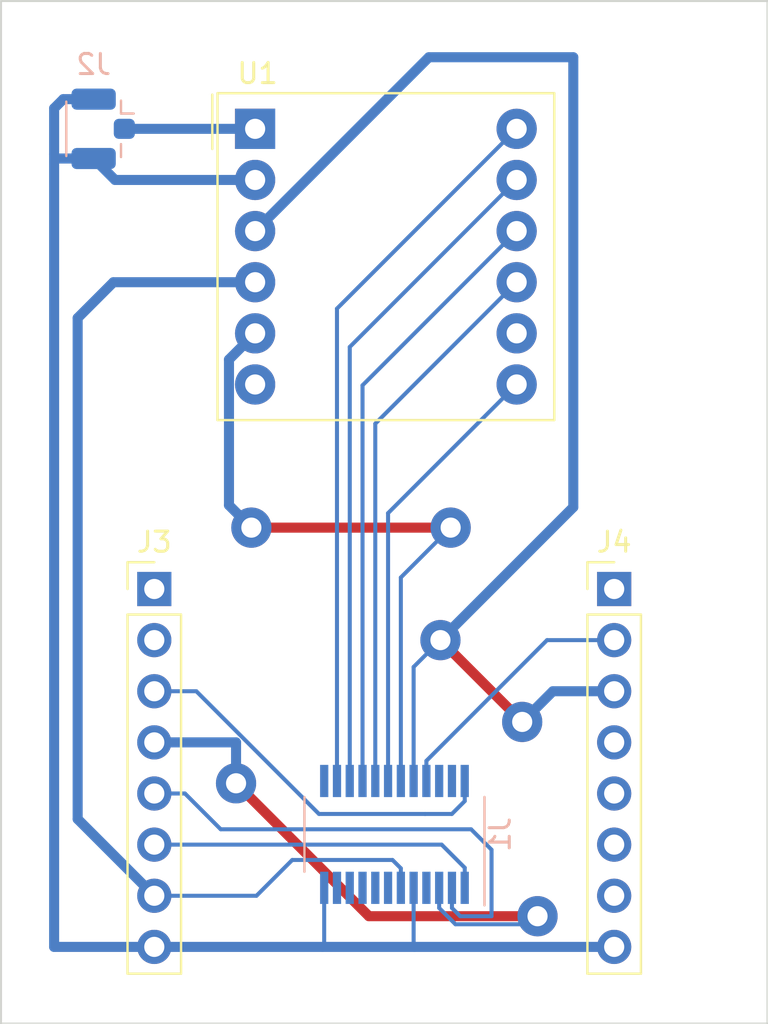
<source format=kicad_pcb>
(kicad_pcb (version 20221018) (generator pcbnew)
  (layers (0 "F.Cu" signal) (31 "B.Cu" signal) (44 "Edge.Cuts" user))
  (net 0 "")
  (net 1 "Net-(J1-U_MOSI)")
  (net 2 "Net-(J1-U_MISO)")
  (net 3 "Net-(J1-U_CLK)")
  (net 5 "GND")
  (net 6 "+3V3")
  (net 13 "Net-(J1-M_SEL)")
  (net 14 "Net-(J1-M_MISO)")
  (net 15 "Net-(J1-M_MOSI)")
  (net 16 "Net-(J1-M_CLK)")
  (net 17 "Net-(J1-M_CTRL)")
  (net 18 "Net-(J1-M_IRQ)")
  (net 19 "Net-(J1-SDN)")
  (net 20 "Net-(J1-U_IRQ)")
  (net 23 "Net-(J1-U_SEL)")
  (net 33 "Net-(J2-In)")
  (footprint "Connector_PinHeader_2.54mm:PinHeader_1x08_P2.54mm_Vertical" (layer "F.Cu") (at 58.42 130.81)
    (fp_text reference "J3" (at 0 -2.33) (layer "F.SilkS"))
    (fp_text value "Conn_01x08")
    (fp_line (start -1.33 -1.33) (end 0 -1.33) (stroke (width 0.12)) (layer "F.SilkS"))
    (fp_line (start -1.33 0) (end -1.33 -1.33) (stroke (width 0.12)) (layer "F.SilkS"))
    (fp_line (start -1.33 1.27) (end -1.33 19.11) (stroke (width 0.12)) (layer "F.SilkS"))
    (fp_line (start -1.33 1.27) (end 1.33 1.27) (stroke (width 0.12)) (layer "F.SilkS"))
    (fp_line (start -1.33 19.11) (end 1.33 19.11) (stroke (width 0.12)) (layer "F.SilkS"))
    (fp_line (start 1.33 1.27) (end 1.33 19.11) (stroke (width 0.12)) (layer "F.SilkS"))
    (pad "1" thru_hole rect (at 0 0) (size 1.7 1.7) (drill 1) (layers "*.Cu" "*.Mask"))
    (pad "2" thru_hole oval (at 0 2.54) (size 1.7 1.7) (drill 1) (layers "*.Cu" "*.Mask"))
    (pad "3" thru_hole oval (at 0 5.08) (size 1.7 1.7) (drill 1) (layers "*.Cu" "*.Mask") (net 23 "Net-(J1-U_SEL)"))
    (pad "4" thru_hole oval (at 0 7.62) (size 1.7 1.7) (drill 1) (layers "*.Cu" "*.Mask") (net 3 "Net-(J1-U_CLK)"))
    (pad "5" thru_hole oval (at 0 10.16) (size 1.7 1.7) (drill 1) (layers "*.Cu" "*.Mask") (net 2 "Net-(J1-U_MISO)"))
    (pad "6" thru_hole oval (at 0 12.7) (size 1.7 1.7) (drill 1) (layers "*.Cu" "*.Mask") (net 1 "Net-(J1-U_MOSI)"))
    (pad "7" thru_hole oval (at 0 15.24) (size 1.7 1.7) (drill 1) (layers "*.Cu" "*.Mask") (net 6 "+3V3"))
    (pad "8" thru_hole oval (at 0 17.78) (size 1.7 1.7) (drill 1) (layers "*.Cu" "*.Mask") (net 5 "GND"))
  )
  (footprint "RF_Module:ZETA-433-SO_THT" (layer "F.Cu") (at 63.4325 107.95)
    (fp_text reference "U1" (at 0.12 -2.75) (layer "F.SilkS"))
    (fp_text value "ZETA-433-SO")
    (fp_line (start -2.13 -1.7) (end -2.13 1) (stroke (width 0.12)) (layer "F.SilkS"))
    (fp_line (start -1.87 -1.77) (end -1.87 14.47) (stroke (width 0.12)) (layer "F.SilkS"))
    (fp_line (start -1.87 -1.77) (end 14.87 -1.77) (stroke (width 0.12)) (layer "F.SilkS"))
    (fp_line (start 14.87 -1.77) (end 14.87 14.47) (stroke (width 0.12)) (layer "F.SilkS"))
    (fp_line (start 14.87 14.47) (end -1.87 14.47) (stroke (width 0.12)) (layer "F.SilkS"))
    (pad "1" thru_hole rect (at 0 0) (size 2 2) (drill 1) (layers "*.Cu" "*.Mask") (net 33 "Net-(J2-In)"))
    (pad "2" thru_hole circle (at 0 2.54) (size 2 2) (drill 1) (layers "*.Cu" "*.Mask") (net 5 "GND"))
    (pad "3" thru_hole circle (at 0 5.08) (size 2 2) (drill 1) (layers "*.Cu" "*.Mask") (net 19 "Net-(J1-SDN)"))
    (pad "4" thru_hole circle (at 0 7.62) (size 2 2) (drill 1) (layers "*.Cu" "*.Mask") (net 6 "+3V3"))
    (pad "5" thru_hole circle (at 0 10.16) (size 2 2) (drill 1) (layers "*.Cu" "*.Mask") (net 18 "Net-(J1-M_IRQ)"))
    (pad "6" thru_hole circle (at 0 12.7) (size 2 2) (drill 1) (layers "*.Cu" "*.Mask"))
    (pad "7" thru_hole circle (at 13 12.7) (size 2 2) (drill 1) (layers "*.Cu" "*.Mask") (net 17 "Net-(J1-M_CTRL)"))
    (pad "8" thru_hole circle (at 13 10.16) (size 2 2) (drill 1) (layers "*.Cu" "*.Mask"))
    (pad "9" thru_hole circle (at 13 7.62) (size 2 2) (drill 1) (layers "*.Cu" "*.Mask") (net 16 "Net-(J1-M_CLK)"))
    (pad "10" thru_hole circle (at 13 5.08) (size 2 2) (drill 1) (layers "*.Cu" "*.Mask") (net 15 "Net-(J1-M_MOSI)"))
    (pad "11" thru_hole circle (at 13 2.54) (size 2 2) (drill 1) (layers "*.Cu" "*.Mask") (net 14 "Net-(J1-M_MISO)"))
    (pad "12" thru_hole circle (at 13 0) (size 2 2) (drill 1) (layers "*.Cu" "*.Mask") (net 13 "Net-(J1-M_SEL)"))
  )
  (footprint "Connector_PinHeader_2.54mm:PinHeader_1x08_P2.54mm_Vertical" (layer "F.Cu") (at 81.28 130.81)
    (fp_text reference "J4" (at 0 -2.33) (layer "F.SilkS"))
    (fp_text value "Conn_01x08")
    (fp_line (start -1.33 -1.33) (end 0 -1.33) (stroke (width 0.12)) (layer "F.SilkS"))
    (fp_line (start -1.33 0) (end -1.33 -1.33) (stroke (width 0.12)) (layer "F.SilkS"))
    (fp_line (start -1.33 1.27) (end -1.33 19.11) (stroke (width 0.12)) (layer "F.SilkS"))
    (fp_line (start -1.33 1.27) (end 1.33 1.27) (stroke (width 0.12)) (layer "F.SilkS"))
    (fp_line (start -1.33 19.11) (end 1.33 19.11) (stroke (width 0.12)) (layer "F.SilkS"))
    (fp_line (start 1.33 1.27) (end 1.33 19.11) (stroke (width 0.12)) (layer "F.SilkS"))
    (pad "1" thru_hole rect (at 0 0) (size 1.7 1.7) (drill 1) (layers "*.Cu" "*.Mask"))
    (pad "2" thru_hole oval (at 0 2.54) (size 1.7 1.7) (drill 1) (layers "*.Cu" "*.Mask") (net 20 "Net-(J1-U_IRQ)"))
    (pad "3" thru_hole oval (at 0 5.08) (size 1.7 1.7) (drill 1) (layers "*.Cu" "*.Mask") (net 19 "Net-(J1-SDN)"))
    (pad "4" thru_hole oval (at 0 7.62) (size 1.7 1.7) (drill 1) (layers "*.Cu" "*.Mask"))
    (pad "5" thru_hole oval (at 0 10.16) (size 1.7 1.7) (drill 1) (layers "*.Cu" "*.Mask"))
    (pad "6" thru_hole oval (at 0 12.7) (size 1.7 1.7) (drill 1) (layers "*.Cu" "*.Mask"))
    (pad "7" thru_hole oval (at 0 15.24) (size 1.7 1.7) (drill 1) (layers "*.Cu" "*.Mask"))
    (pad "8" thru_hole oval (at 0 17.78) (size 1.7 1.7) (drill 1) (layers "*.Cu" "*.Mask") (net 5 "GND"))
  )
  (footprint "Package_SO:QSOP-24_3.9x8.7mm_P0.635mm" (layer "B.Cu") (at 70.358 143.002 90)
    (fp_text reference "J1" (at 0 5.25 90) (layer "B.SilkS") (effects (justify mirror)))
    (fp_text value "Zeta CODEC QSOP")
    (fp_line (start -3.525 4.475) (end 1.8586 4.475) (stroke (width 0.12)) (layer "B.SilkS"))
    (fp_line (start -1.8543 -4.475) (end 1.8543 -4.475) (stroke (width 0.12)) (layer "B.SilkS"))
    (pad "1" smd rect (at -2.6543 3.4925 90) (size 1.6 0.41) (layers "B.Cu" "B.Paste" "B.Mask") (net 1 "Net-(J1-U_MOSI)"))
    (pad "2" smd rect (at -2.6543 2.8575 90) (size 1.6 0.41) (layers "B.Cu" "B.Paste" "B.Mask") (net 2 "Net-(J1-U_MISO)"))
    (pad "3" smd rect (at -2.6543 2.2225 90) (size 1.6 0.41) (layers "B.Cu" "B.Paste" "B.Mask") (net 3 "Net-(J1-U_CLK)"))
    (pad "4" smd rect (at -2.6543 1.5875 90) (size 1.6 0.41) (layers "B.Cu" "B.Paste" "B.Mask"))
    (pad "5" smd rect (at -2.6543 0.9525 90) (size 1.6 0.41) (layers "B.Cu" "B.Paste" "B.Mask") (net 5 "GND"))
    (pad "6" smd rect (at -2.6543 0.3175 90) (size 1.6 0.41) (layers "B.Cu" "B.Paste" "B.Mask") (net 6 "+3V3"))
    (pad "7" smd rect (at -2.6543 -0.3175 90) (size 1.6 0.41) (layers "B.Cu" "B.Paste" "B.Mask"))
    (pad "8" smd rect (at -2.6543 -0.9525 90) (size 1.6 0.41) (layers "B.Cu" "B.Paste" "B.Mask"))
    (pad "9" smd rect (at -2.6543 -1.5875 90) (size 1.6 0.41) (layers "B.Cu" "B.Paste" "B.Mask"))
    (pad "10" smd rect (at -2.6543 -2.2225 90) (size 1.6 0.41) (layers "B.Cu" "B.Paste" "B.Mask"))
    (pad "11" smd rect (at -2.6543 -2.8575 90) (size 1.6 0.41) (layers "B.Cu" "B.Paste" "B.Mask"))
    (pad "12" smd rect (at -2.6543 -3.4925 90) (size 1.6 0.41) (layers "B.Cu" "B.Paste" "B.Mask") (net 5 "GND"))
    (pad "13" smd rect (at 2.6543 -3.4925 90) (size 1.6 0.41) (layers "B.Cu" "B.Paste" "B.Mask"))
    (pad "14" smd rect (at 2.6543 -2.8575 90) (size 1.6 0.41) (layers "B.Cu" "B.Paste" "B.Mask") (net 13 "Net-(J1-M_SEL)"))
    (pad "15" smd rect (at 2.6543 -2.2225 90) (size 1.6 0.41) (layers "B.Cu" "B.Paste" "B.Mask") (net 14 "Net-(J1-M_MISO)"))
    (pad "16" smd rect (at 2.6543 -1.5875 90) (size 1.6 0.41) (layers "B.Cu" "B.Paste" "B.Mask") (net 15 "Net-(J1-M_MOSI)"))
    (pad "17" smd rect (at 2.6543 -0.9525 90) (size 1.6 0.41) (layers "B.Cu" "B.Paste" "B.Mask") (net 16 "Net-(J1-M_CLK)"))
    (pad "18" smd rect (at 2.6543 -0.3175 90) (size 1.6 0.41) (layers "B.Cu" "B.Paste" "B.Mask") (net 17 "Net-(J1-M_CTRL)"))
    (pad "19" smd rect (at 2.6543 0.3175 90) (size 1.6 0.41) (layers "B.Cu" "B.Paste" "B.Mask") (net 18 "Net-(J1-M_IRQ)"))
    (pad "20" smd rect (at 2.6543 0.9525 90) (size 1.6 0.41) (layers "B.Cu" "B.Paste" "B.Mask") (net 19 "Net-(J1-SDN)"))
    (pad "21" smd rect (at 2.6543 1.5875 90) (size 1.6 0.41) (layers "B.Cu" "B.Paste" "B.Mask") (net 20 "Net-(J1-U_IRQ)"))
    (pad "22" smd rect (at 2.6543 2.2225 90) (size 1.6 0.41) (layers "B.Cu" "B.Paste" "B.Mask"))
    (pad "23" smd rect (at 2.6543 2.8575 90) (size 1.6 0.41) (layers "B.Cu" "B.Paste" "B.Mask"))
    (pad "24" smd rect (at 2.6543 3.4925 90) (size 1.6 0.41) (layers "B.Cu" "B.Paste" "B.Mask") (net 23 "Net-(J1-U_SEL)"))
  )
  (footprint "Connector_Coaxial:U.FL_Hirose_U.FL-R-SMT-1_Vertical" (layer "B.Cu") (at 55.88 107.95 180)
    (fp_text reference "J2" (at 0.475 3.2) (layer "B.SilkS") (effects (justify mirror)))
    (fp_text value "Conn_Coaxial")
    (fp_line (start -0.885 -1.4) (end -0.885 -0.76) (stroke (width 0.12)) (layer "B.SilkS"))
    (fp_line (start -0.885 0.76) (end -1.515 0.76) (stroke (width 0.12)) (layer "B.SilkS"))
    (fp_line (start -0.885 1.4) (end -0.885 0.76) (stroke (width 0.12)) (layer "B.SilkS"))
    (fp_line (start 1.835 1.35) (end 1.835 -1.35) (stroke (width 0.12)) (layer "B.SilkS"))
    (pad "1" smd roundrect (at -1.05 0 180) (size 1.05 1) (layers "B.Cu" "B.Paste" "B.Mask") (net 33 "Net-(J2-In)"))
    (pad "2" smd roundrect (at 0.475 -1.475 180) (size 2.2 1.05) (layers "B.Cu" "B.Paste" "B.Mask") (roundrect_rratio 0.2380952381) (net 5 "GND"))
    (pad "2" smd roundrect (at 0.475 1.475 180) (size 2.2 1.05) (layers "B.Cu" "B.Paste" "B.Mask") (roundrect_rratio 0.2380952381) (net 5 "GND"))
  )
  (gr_rect (start 50.8 101.6) (end 88.9 152.4) (stroke (width 0.1)) (fill none) (layer "Edge.Cuts"))
  (segment (start 72.7042 143.51) (end 73.8505 144.6563) (width 0.2) (layer "B.Cu") (net 1))
  (segment (start 73.8505 144.6563) (end 73.8505 145.6563) (width 0.2) (layer "B.Cu") (net 1))
  (segment (start 58.42 143.51) (end 72.7042 143.51) (width 0.2) (layer "B.Cu") (net 1))
  (segment (start 73.2155 145.6563) (end 73.2155 146.6563) (width 0.2) (layer "B.Cu") (net 2))
  (segment (start 75.184 143.764) (end 74.168 142.748) (width 0.2) (layer "B.Cu") (net 2))
  (segment (start 73.2155 146.6563) (end 73.6252 147.066) (width 0.2) (layer "B.Cu") (net 2))
  (segment (start 61.722 142.748) (end 59.944 140.97) (width 0.2) (layer "B.Cu") (net 2))
  (segment (start 73.6252 147.066) (end 75.184 147.066) (width 0.2) (layer "B.Cu") (net 2))
  (segment (start 75.184 147.066) (end 75.184 143.764) (width 0.2) (layer "B.Cu") (net 2))
  (segment (start 74.168 142.748) (end 61.722 142.748) (width 0.2) (layer "B.Cu") (net 2))
  (segment (start 59.944 140.97) (end 58.42 140.97) (width 0.2) (layer "B.Cu") (net 2))
  (segment (start 69.088 147.066) (end 77.47 147.066) (width 0.5) (layer "F.Cu") (net 3))
  (segment (start 62.484 140.462) (end 69.088 147.066) (width 0.5) (layer "F.Cu") (net 3))
  (via (at 77.47 147.066) (size 2) (drill 1) (layers "F.Cu" "B.Cu") (net 3))
  (via (at 62.484 140.462) (size 2) (drill 1) (layers "F.Cu" "B.Cu") (net 3))
  (segment (start 58.42 138.43) (end 62.484 138.43) (width 0.5) (layer "B.Cu") (net 3))
  (segment (start 77.47 147.066) (end 77.07 147.466) (width 0.2) (layer "B.Cu") (net 3))
  (segment (start 77.07 147.466) (end 73.3902 147.466) (width 0.2) (layer "B.Cu") (net 3))
  (segment (start 62.484 138.43) (end 62.484 140.462) (width 0.5) (layer "B.Cu") (net 3))
  (segment (start 72.5805 146.6563) (end 72.5805 145.6563) (width 0.2) (layer "B.Cu") (net 3))
  (segment (start 73.3902 147.466) (end 72.5805 146.6563) (width 0.2) (layer "B.Cu") (net 3))
  (segment (start 63.4325 110.49) (end 56.47 110.49) (width 0.5) (layer "B.Cu") (net 5))
  (segment (start 53.44 106.932) (end 53.44 109.22) (width 0.5) (layer "B.Cu") (net 5))
  (segment (start 66.8655 145.6563) (end 66.8655 148.5265) (width 0.2) (layer "B.Cu") (net 5))
  (segment (start 66.8655 148.5265) (end 66.802 148.59) (width 0.2) (layer "B.Cu") (net 5))
  (segment (start 53.44 109.376) (end 53.489 109.425) (width 0.2) (layer "B.Cu") (net 5))
  (segment (start 71.3105 148.5265) (end 71.374 148.59) (width 0.2) (layer "B.Cu") (net 5))
  (segment (start 53.44 109.22) (end 53.44 109.376) (width 0.2) (layer "B.Cu") (net 5))
  (segment (start 71.374 148.59) (end 81.28 148.59) (width 0.5) (layer "B.Cu") (net 5))
  (segment (start 56.47 110.49) (end 55.405 109.425) (width 0.5) (layer "B.Cu") (net 5))
  (segment (start 53.489 109.425) (end 55.405 109.425) (width 0.5) (layer "B.Cu") (net 5))
  (segment (start 58.42 148.59) (end 66.802 148.59) (width 0.5) (layer "B.Cu") (net 5))
  (segment (start 55.405 106.475) (end 53.897 106.475) (width 0.5) (layer "B.Cu") (net 5))
  (segment (start 71.3105 145.6563) (end 71.3105 148.5265) (width 0.2) (layer "B.Cu") (net 5))
  (segment (start 53.44 109.22) (end 53.44 148.59) (width 0.5) (layer "B.Cu") (net 5))
  (segment (start 66.802 148.59) (end 71.374 148.59) (width 0.5) (layer "B.Cu") (net 5))
  (segment (start 53.44 148.59) (end 58.42 148.59) (width 0.5) (layer "B.Cu") (net 5))
  (segment (start 53.897 106.475) (end 53.44 106.932) (width 0.5) (layer "B.Cu") (net 5))
  (segment (start 70.6755 145.6563) (end 70.6755 144.6863) (width 0.2) (layer "B.Cu") (net 6))
  (segment (start 54.61 117.348) (end 56.388 115.57) (width 0.5) (layer "B.Cu") (net 6))
  (segment (start 58.42 146.05) (end 63.5 146.05) (width 0.2) (layer "B.Cu") (net 6))
  (segment (start 63.5 146.05) (end 65.278 144.272) (width 0.2) (layer "B.Cu") (net 6))
  (segment (start 70.2612 144.272) (end 65.278 144.272) (width 0.2) (layer "B.Cu") (net 6))
  (segment (start 58.42 146.05) (end 54.61 142.24) (width 0.5) (layer "B.Cu") (net 6))
  (segment (start 54.61 142.24) (end 54.61 117.348) (width 0.5) (layer "B.Cu") (net 6))
  (segment (start 70.6755 144.6863) (end 70.2612 144.272) (width 0.2) (layer "B.Cu") (net 6))
  (segment (start 56.388 115.57) (end 63.4325 115.57) (width 0.5) (layer "B.Cu") (net 6))
  (segment (start 67.5005 140.3477) (end 67.5005 116.882) (width 0.2) (layer "B.Cu") (net 13))
  (segment (start 67.5005 116.882) (end 76.4325 107.95) (width 0.2) (layer "B.Cu") (net 13))
  (segment (start 76.4325 110.49) (end 68.1355 118.787) (width 0.2) (layer "B.Cu") (net 14))
  (segment (start 68.1355 118.787) (end 68.1355 140.3477) (width 0.2) (layer "B.Cu") (net 14))
  (segment (start 68.7705 120.692) (end 76.4325 113.03) (width 0.2) (layer "B.Cu") (net 15))
  (segment (start 68.7705 140.3477) (end 68.7705 120.692) (width 0.2) (layer "B.Cu") (net 15))
  (segment (start 76.4325 115.57) (end 69.4055 122.597) (width 0.2) (layer "B.Cu") (net 16))
  (segment (start 69.4055 122.597) (end 69.4055 140.3477) (width 0.2) (layer "B.Cu") (net 16))
  (segment (start 70.0405 127.042) (end 76.4325 120.65) (width 0.2) (layer "B.Cu") (net 17))
  (segment (start 70.0405 140.3477) (end 70.0405 127.042) (width 0.2) (layer "B.Cu") (net 17))
  (segment (start 73.152 127.762) (end 63.246 127.762) (width 0.5) (layer "F.Cu") (net 18))
  (via (at 63.246 127.762) (size 2) (drill 1) (layers "F.Cu" "B.Cu") (net 18))
  (via (at 73.152 127.762) (size 2) (drill 1) (layers "F.Cu" "B.Cu") (net 18))
  (segment (start 62.1325 126.6485) (end 62.1325 119.41) (width 0.5) (layer "B.Cu") (net 18))
  (segment (start 70.6755 130.2385) (end 73.152 127.762) (width 0.2) (layer "B.Cu") (net 18))
  (segment (start 63.246 127.762) (end 62.1325 126.6485) (width 0.5) (layer "B.Cu") (net 18))
  (segment (start 70.6755 140.3477) (end 70.6755 130.2385) (width 0.2) (layer "B.Cu") (net 18))
  (segment (start 62.1325 119.41) (end 63.4325 118.11) (width 0.5) (layer "B.Cu") (net 18))
  (segment (start 76.708 137.414) (end 72.644 133.35) (width 0.5) (layer "F.Cu") (net 19))
  (via (at 72.644 133.35) (size 2) (drill 1) (layers "F.Cu" "B.Cu") (net 19))
  (via (at 76.708 137.414) (size 2) (drill 1) (layers "F.Cu" "B.Cu") (net 19))
  (segment (start 79.248 126.746) (end 79.248 104.394) (width 0.5) (layer "B.Cu") (net 19))
  (segment (start 71.3105 134.6835) (end 71.3105 140.3477) (width 0.2) (layer "B.Cu") (net 19))
  (segment (start 72.0685 104.394) (end 63.4325 113.03) (width 0.5) (layer "B.Cu") (net 19))
  (segment (start 78.232 135.89) (end 76.708 137.414) (width 0.5) (layer "B.Cu") (net 19))
  (segment (start 72.644 133.35) (end 71.3105 134.6835) (width 0.2) (layer "B.Cu") (net 19))
  (segment (start 81.28 135.89) (end 78.232 135.89) (width 0.5) (layer "B.Cu") (net 19))
  (segment (start 72.644 133.35) (end 79.248 126.746) (width 0.5) (layer "B.Cu") (net 19))
  (segment (start 79.248 104.394) (end 72.0685 104.394) (width 0.5) (layer "B.Cu") (net 19))
  (segment (start 71.9455 139.3477) (end 71.9455 140.3477) (width 0.2) (layer "B.Cu") (net 20))
  (segment (start 77.9432 133.35) (end 71.9455 139.3477) (width 0.2) (layer "B.Cu") (net 20))
  (segment (start 81.28 133.35) (end 77.9432 133.35) (width 0.2) (layer "B.Cu") (net 20))
  (segment (start 73.2122 141.986) (end 73.8505 141.3477) (width 0.2) (layer "B.Cu") (net 23))
  (segment (start 71.882 141.986) (end 73.2122 141.986) (width 0.2) (layer "B.Cu") (net 23))
  (segment (start 66.605685 141.986) (end 71.882 141.986) (width 0.2) (layer "B.Cu") (net 23))
  (segment (start 73.8505 141.3477) (end 73.8505 140.3477) (width 0.2) (layer "B.Cu") (net 23))
  (segment (start 58.42 135.89) (end 60.509685 135.89) (width 0.2) (layer "B.Cu") (net 23))
  (segment (start 60.509685 135.89) (end 66.605685 141.986) (width 0.2) (layer "B.Cu") (net 23))
  (segment (start 56.93 107.95) (end 63.4325 107.95) (width 0.5) (layer "B.Cu") (net 33))
)
</source>
